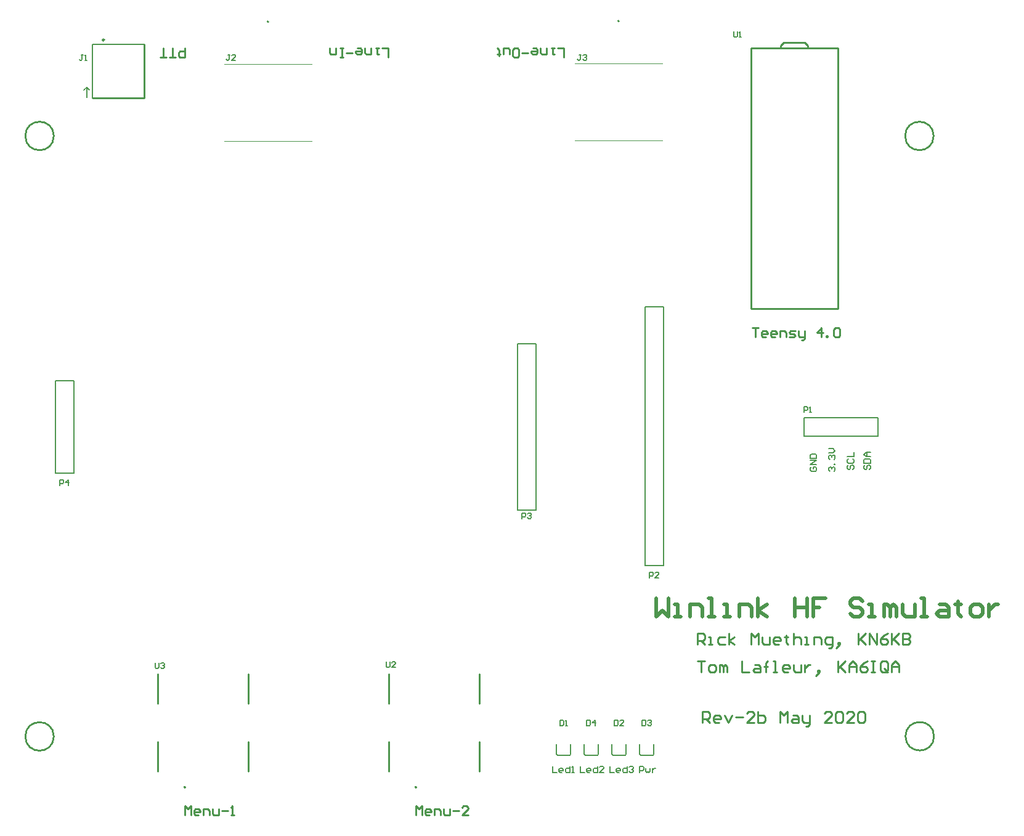
<source format=gto>
G04*
G04 #@! TF.GenerationSoftware,Altium Limited,Altium Designer,20.0.13 (296)*
G04*
G04 Layer_Color=65535*
%FSLAX25Y25*%
%MOIN*%
G70*
G01*
G75*
%ADD10C,0.00984*%
%ADD11C,0.00787*%
%ADD12C,0.01000*%
%ADD13C,0.00394*%
%ADD14C,0.02000*%
%ADD15C,0.00700*%
%ADD16C,0.00500*%
D10*
X46492Y429500D02*
G03*
X46492Y429500I-492J0D01*
G01*
D11*
X324685Y440039D02*
G03*
X324685Y439252I0J-394D01*
G01*
D02*
G03*
X324685Y440039I0J394D01*
G01*
X135000Y439724D02*
G03*
X135000Y438937I0J-394D01*
G01*
D02*
G03*
X135000Y439724I0J394D01*
G01*
X321100Y43100D02*
Y48418D01*
Y43100D02*
X321700Y42500D01*
X328880Y43080D02*
Y48359D01*
X328300Y42500D02*
X328880Y43080D01*
X321700Y42500D02*
X328300D01*
X40095Y398000D02*
Y427200D01*
X68000D01*
X35567Y402366D02*
X37063Y403862D01*
X38559Y402366D01*
X37063Y398311D02*
Y403862D01*
X465000Y215000D02*
Y225000D01*
X425000Y215000D02*
X465000D01*
X425000Y225000D02*
X465000D01*
X425000Y215000D02*
Y225000D01*
X339000Y152500D02*
Y285000D01*
Y145000D02*
Y152500D01*
Y145000D02*
X349000D01*
Y285000D01*
X339000D02*
X349000D01*
X270000Y265000D02*
X280000D01*
Y175000D02*
Y265000D01*
X270000Y175000D02*
X280000D01*
X270000D02*
Y265000D01*
X20000Y195000D02*
X30000D01*
X20000D02*
Y245000D01*
X30000Y195000D02*
Y245000D01*
X20000D02*
X30000D01*
X291100Y43100D02*
Y48418D01*
Y43100D02*
X291700Y42500D01*
X298880Y43080D02*
Y48359D01*
X298300Y42500D02*
X298880Y43080D01*
X291700Y42500D02*
X298300D01*
X306100Y43100D02*
Y48418D01*
Y43100D02*
X306700Y42500D01*
X313880Y43080D02*
Y48359D01*
X313300Y42500D02*
X313880Y43080D01*
X306700Y42500D02*
X313300D01*
X336100Y43100D02*
Y48418D01*
Y43100D02*
X336700Y42500D01*
X343880Y43080D02*
Y48359D01*
X343300Y42500D02*
X343880Y43080D01*
X336700Y42500D02*
X343300D01*
D12*
X90351Y25106D02*
G03*
X90351Y25106I-323J0D01*
G01*
X19203Y52600D02*
G03*
X19203Y52600I-7703J0D01*
G01*
Y377500D02*
G03*
X19203Y377500I-7703J0D01*
G01*
X495203D02*
G03*
X495203Y377500I-7703J0D01*
G01*
X495403Y52700D02*
G03*
X495403Y52700I-7703J0D01*
G01*
X215351Y25106D02*
G03*
X215351Y25106I-323J0D01*
G01*
X68004Y398027D02*
Y427200D01*
X40095Y398000D02*
X68004Y398027D01*
X396453Y284000D02*
Y425000D01*
Y284000D02*
X443547D01*
Y425000D01*
X422500D02*
X443547D01*
X396453D02*
X422500D01*
X414000Y428000D02*
X425500D01*
X427000Y426500D01*
Y425500D02*
Y426500D01*
X412500D02*
X414000Y428000D01*
X412500Y425500D02*
Y426500D01*
X75591Y70236D02*
Y86378D01*
Y33622D02*
Y49764D01*
X124409Y70236D02*
Y86378D01*
Y33622D02*
Y49764D01*
X200591Y70236D02*
Y86378D01*
Y33622D02*
Y49764D01*
X249409Y70236D02*
Y86378D01*
Y33622D02*
Y49764D01*
X370000Y60000D02*
Y65998D01*
X372999D01*
X373999Y64998D01*
Y62999D01*
X372999Y61999D01*
X370000D01*
X371999D02*
X373999Y60000D01*
X378997D02*
X376998D01*
X375998Y61000D01*
Y62999D01*
X376998Y63999D01*
X378997D01*
X379997Y62999D01*
Y61999D01*
X375998D01*
X381996Y63999D02*
X383996Y60000D01*
X385995Y63999D01*
X387994Y62999D02*
X391993D01*
X397991Y60000D02*
X393992D01*
X397991Y63999D01*
Y64998D01*
X396991Y65998D01*
X394992D01*
X393992Y64998D01*
X399990Y65998D02*
Y60000D01*
X402989D01*
X403989Y61000D01*
Y61999D01*
Y62999D01*
X402989Y63999D01*
X399990D01*
X411986Y60000D02*
Y65998D01*
X413986Y63999D01*
X415985Y65998D01*
Y60000D01*
X418984Y63999D02*
X420984D01*
X421983Y62999D01*
Y60000D01*
X418984D01*
X417984Y61000D01*
X418984Y61999D01*
X421983D01*
X423982Y63999D02*
Y61000D01*
X424982Y60000D01*
X427981D01*
Y59000D01*
X426982Y58001D01*
X425982D01*
X427981Y60000D02*
Y63999D01*
X439977Y60000D02*
X435979D01*
X439977Y63999D01*
Y64998D01*
X438978Y65998D01*
X436978D01*
X435979Y64998D01*
X441977D02*
X442976Y65998D01*
X444976D01*
X445975Y64998D01*
Y61000D01*
X444976Y60000D01*
X442976D01*
X441977Y61000D01*
Y64998D01*
X451973Y60000D02*
X447975D01*
X451973Y63999D01*
Y64998D01*
X450974Y65998D01*
X448975D01*
X447975Y64998D01*
X453973D02*
X454973Y65998D01*
X456972D01*
X457972Y64998D01*
Y61000D01*
X456972Y60000D01*
X454973D01*
X453973Y61000D01*
Y64998D01*
X367500Y93498D02*
X371499D01*
X369499D01*
Y87500D01*
X374498D02*
X376497D01*
X377497Y88500D01*
Y90499D01*
X376497Y91499D01*
X374498D01*
X373498Y90499D01*
Y88500D01*
X374498Y87500D01*
X379496D02*
Y91499D01*
X380496D01*
X381495Y90499D01*
Y87500D01*
Y90499D01*
X382495Y91499D01*
X383495Y90499D01*
Y87500D01*
X391492Y93498D02*
Y87500D01*
X395491D01*
X398490Y91499D02*
X400489D01*
X401489Y90499D01*
Y87500D01*
X398490D01*
X397490Y88500D01*
X398490Y89499D01*
X401489D01*
X404488Y87500D02*
Y92498D01*
Y90499D01*
X403488D01*
X405488D01*
X404488D01*
Y92498D01*
X405488Y93498D01*
X408487Y87500D02*
X410486D01*
X409486D01*
Y93498D01*
X408487D01*
X416484Y87500D02*
X414485D01*
X413485Y88500D01*
Y90499D01*
X414485Y91499D01*
X416484D01*
X417484Y90499D01*
Y89499D01*
X413485D01*
X419483Y91499D02*
Y88500D01*
X420483Y87500D01*
X423482D01*
Y91499D01*
X425481D02*
Y87500D01*
Y89499D01*
X426481Y90499D01*
X427481Y91499D01*
X428480D01*
X432479Y86500D02*
X433479Y87500D01*
Y88500D01*
X432479D01*
Y87500D01*
X433479D01*
X432479Y86500D01*
X431479Y85501D01*
X443475Y93498D02*
Y87500D01*
Y89499D01*
X447474Y93498D01*
X444475Y90499D01*
X447474Y87500D01*
X449473D02*
Y91499D01*
X451473Y93498D01*
X453472Y91499D01*
Y87500D01*
Y90499D01*
X449473D01*
X459470Y93498D02*
X457471Y92498D01*
X455472Y90499D01*
Y88500D01*
X456471Y87500D01*
X458471D01*
X459470Y88500D01*
Y89499D01*
X458471Y90499D01*
X455472D01*
X461470Y93498D02*
X463469D01*
X462469D01*
Y87500D01*
X461470D01*
X463469D01*
X470467Y88500D02*
Y92498D01*
X469467Y93498D01*
X467468D01*
X466468Y92498D01*
Y88500D01*
X467468Y87500D01*
X469467D01*
X468467Y89499D02*
X470467Y87500D01*
X469467D02*
X470467Y88500D01*
X472466Y87500D02*
Y91499D01*
X474465Y93498D01*
X476465Y91499D01*
Y87500D01*
Y90499D01*
X472466D01*
X367500Y102500D02*
Y108498D01*
X370499D01*
X371499Y107498D01*
Y105499D01*
X370499Y104499D01*
X367500D01*
X369499D02*
X371499Y102500D01*
X373498D02*
X375497D01*
X374498D01*
Y106499D01*
X373498D01*
X382495D02*
X379496D01*
X378496Y105499D01*
Y103500D01*
X379496Y102500D01*
X382495D01*
X384494D02*
Y108498D01*
Y104499D02*
X387493Y106499D01*
X384494Y104499D02*
X387493Y102500D01*
X396491D02*
Y108498D01*
X398490Y106499D01*
X400489Y108498D01*
Y102500D01*
X402489Y106499D02*
Y103500D01*
X403488Y102500D01*
X406487D01*
Y106499D01*
X411486Y102500D02*
X409486D01*
X408487Y103500D01*
Y105499D01*
X409486Y106499D01*
X411486D01*
X412486Y105499D01*
Y104499D01*
X408487D01*
X415485Y107498D02*
Y106499D01*
X414485D01*
X416484D01*
X415485D01*
Y103500D01*
X416484Y102500D01*
X419483Y108498D02*
Y102500D01*
Y105499D01*
X420483Y106499D01*
X422482D01*
X423482Y105499D01*
Y102500D01*
X425481D02*
X427481D01*
X426481D01*
Y106499D01*
X425481D01*
X430480Y102500D02*
Y106499D01*
X433479D01*
X434478Y105499D01*
Y102500D01*
X438477Y100501D02*
X439477D01*
X440476Y101500D01*
Y106499D01*
X437477D01*
X436478Y105499D01*
Y103500D01*
X437477Y102500D01*
X440476D01*
X443475Y101500D02*
X444475Y102500D01*
Y103500D01*
X443475D01*
Y102500D01*
X444475D01*
X443475Y101500D01*
X442476Y100501D01*
X454472Y108498D02*
Y102500D01*
Y104499D01*
X458471Y108498D01*
X455472Y105499D01*
X458471Y102500D01*
X460470D02*
Y108498D01*
X464469Y102500D01*
Y108498D01*
X470467D02*
X468467Y107498D01*
X466468Y105499D01*
Y103500D01*
X467468Y102500D01*
X469467D01*
X470467Y103500D01*
Y104499D01*
X469467Y105499D01*
X466468D01*
X472466Y108498D02*
Y102500D01*
Y104499D01*
X476465Y108498D01*
X473466Y105499D01*
X476465Y102500D01*
X478464Y108498D02*
Y102500D01*
X481463D01*
X482463Y103500D01*
Y104499D01*
X481463Y105499D01*
X478464D01*
X481463D01*
X482463Y106499D01*
Y107498D01*
X481463Y108498D01*
X478464D01*
X215000Y10000D02*
Y14998D01*
X216666Y13332D01*
X218332Y14998D01*
Y10000D01*
X222498D02*
X220831D01*
X219998Y10833D01*
Y12499D01*
X220831Y13332D01*
X222498D01*
X223331Y12499D01*
Y11666D01*
X219998D01*
X224997Y10000D02*
Y13332D01*
X227496D01*
X228329Y12499D01*
Y10000D01*
X229995Y13332D02*
Y10833D01*
X230828Y10000D01*
X233327D01*
Y13332D01*
X234994Y12499D02*
X238326D01*
X243324Y10000D02*
X239992D01*
X243324Y13332D01*
Y14165D01*
X242491Y14998D01*
X240825D01*
X239992Y14165D01*
X90000Y10000D02*
Y14998D01*
X91666Y13332D01*
X93332Y14998D01*
Y10000D01*
X97498D02*
X95831D01*
X94998Y10833D01*
Y12499D01*
X95831Y13332D01*
X97498D01*
X98331Y12499D01*
Y11666D01*
X94998D01*
X99997Y10000D02*
Y13332D01*
X102496D01*
X103329Y12499D01*
Y10000D01*
X104995Y13332D02*
Y10833D01*
X105828Y10000D01*
X108327D01*
Y13332D01*
X109994Y12499D02*
X113326D01*
X114992Y10000D02*
X116658D01*
X115825D01*
Y14998D01*
X114992Y14165D01*
X90000Y425000D02*
Y420002D01*
X87501D01*
X86668Y420835D01*
Y422501D01*
X87501Y423334D01*
X90000D01*
X85002Y420002D02*
X81669D01*
X83336D01*
Y425000D01*
X80003Y420002D02*
X76671D01*
X78337D01*
Y425000D01*
X200000Y420002D02*
Y425000D01*
X196668D01*
X195002D02*
X193335D01*
X194169D01*
Y421668D01*
X195002D01*
X190836Y425000D02*
Y421668D01*
X188337D01*
X187504Y422501D01*
Y425000D01*
X183339D02*
X185005D01*
X185838Y424167D01*
Y422501D01*
X185005Y421668D01*
X183339D01*
X182506Y422501D01*
Y423334D01*
X185838D01*
X180840Y422501D02*
X177507D01*
X175841Y420002D02*
X174175D01*
X175008D01*
Y425000D01*
X175841D01*
X174175D01*
X171676D02*
Y421668D01*
X169177D01*
X168344Y422501D01*
Y425000D01*
X295000Y420002D02*
Y425000D01*
X291668D01*
X290002D02*
X288335D01*
X289169D01*
Y421668D01*
X290002D01*
X285836Y425000D02*
Y421668D01*
X283337D01*
X282504Y422501D01*
Y425000D01*
X278339D02*
X280005D01*
X280838Y424167D01*
Y422501D01*
X280005Y421668D01*
X278339D01*
X277506Y422501D01*
Y423334D01*
X280838D01*
X275839Y422501D02*
X272507D01*
X268342Y420002D02*
X270008D01*
X270841Y420835D01*
Y424167D01*
X270008Y425000D01*
X268342D01*
X267509Y424167D01*
Y420835D01*
X268342Y420002D01*
X265843Y421668D02*
Y424167D01*
X265010Y425000D01*
X262510D01*
Y421668D01*
X260011Y420835D02*
Y421668D01*
X260844D01*
X259178D01*
X260011D01*
Y424167D01*
X259178Y425000D01*
X397000Y273664D02*
X400332D01*
X398666D01*
Y268666D01*
X404498D02*
X402831D01*
X401998Y269499D01*
Y271165D01*
X402831Y271998D01*
X404498D01*
X405331Y271165D01*
Y270332D01*
X401998D01*
X409496Y268666D02*
X407830D01*
X406997Y269499D01*
Y271165D01*
X407830Y271998D01*
X409496D01*
X410329Y271165D01*
Y270332D01*
X406997D01*
X411995Y268666D02*
Y271998D01*
X414494D01*
X415327Y271165D01*
Y268666D01*
X416994D02*
X419493D01*
X420326Y269499D01*
X419493Y270332D01*
X417827D01*
X416994Y271165D01*
X417827Y271998D01*
X420326D01*
X421992D02*
Y269499D01*
X422825Y268666D01*
X425324D01*
Y267833D01*
X424491Y267000D01*
X423658D01*
X425324Y268666D02*
Y271998D01*
X434488Y268666D02*
Y273664D01*
X431989Y271165D01*
X435321D01*
X436987Y268666D02*
Y269499D01*
X437820D01*
Y268666D01*
X436987D01*
X441152Y272831D02*
X441985Y273664D01*
X443652D01*
X444485Y272831D01*
Y269499D01*
X443652Y268666D01*
X441985D01*
X441152Y269499D01*
Y272831D01*
D13*
X301063Y375079D02*
X348307D01*
X301063Y416811D02*
X348307D01*
X111378Y374764D02*
X158622D01*
X111378Y416496D02*
X158622D01*
D14*
X345000Y127497D02*
Y117500D01*
X348332Y120832D01*
X351664Y117500D01*
Y127497D01*
X354997Y117500D02*
X358329D01*
X356663D01*
Y124164D01*
X354997D01*
X363327Y117500D02*
Y124164D01*
X368326D01*
X369992Y122498D01*
Y117500D01*
X373324D02*
X376656D01*
X374990D01*
Y127497D01*
X373324D01*
X381655Y117500D02*
X384987D01*
X383321D01*
Y124164D01*
X381655D01*
X389985Y117500D02*
Y124164D01*
X394984D01*
X396650Y122498D01*
Y117500D01*
X399982D02*
Y127497D01*
Y120832D02*
X404981Y124164D01*
X399982Y120832D02*
X404981Y117500D01*
X419976Y127497D02*
Y117500D01*
Y122498D01*
X426640D01*
Y127497D01*
Y117500D01*
X436637Y127497D02*
X429973D01*
Y122498D01*
X433305D01*
X429973D01*
Y117500D01*
X456631Y125831D02*
X454964Y127497D01*
X451632D01*
X449966Y125831D01*
Y124164D01*
X451632Y122498D01*
X454964D01*
X456631Y120832D01*
Y119166D01*
X454964Y117500D01*
X451632D01*
X449966Y119166D01*
X459963Y117500D02*
X463295D01*
X461629D01*
Y124164D01*
X459963D01*
X468294Y117500D02*
Y124164D01*
X469960D01*
X471626Y122498D01*
Y117500D01*
Y122498D01*
X473292Y124164D01*
X474958Y122498D01*
Y117500D01*
X478290Y124164D02*
Y119166D01*
X479956Y117500D01*
X484955D01*
Y124164D01*
X488287Y117500D02*
X491619D01*
X489953D01*
Y127497D01*
X488287D01*
X498284Y124164D02*
X501616D01*
X503282Y122498D01*
Y117500D01*
X498284D01*
X496618Y119166D01*
X498284Y120832D01*
X503282D01*
X508281Y125831D02*
Y124164D01*
X506614D01*
X509947D01*
X508281D01*
Y119166D01*
X509947Y117500D01*
X516611D02*
X519944D01*
X521610Y119166D01*
Y122498D01*
X519944Y124164D01*
X516611D01*
X514945Y122498D01*
Y119166D01*
X516611Y117500D01*
X524942Y124164D02*
Y117500D01*
Y120832D01*
X526608Y122498D01*
X528274Y124164D01*
X529940D01*
D15*
X336000Y33000D02*
Y36499D01*
X337749D01*
X338333Y35916D01*
Y34749D01*
X337749Y34166D01*
X336000D01*
X339499Y35333D02*
Y33583D01*
X340082Y33000D01*
X340665Y33583D01*
X341248Y33000D01*
X341831Y33583D01*
Y35333D01*
X342998D02*
Y33000D01*
Y34166D01*
X343581Y34749D01*
X344164Y35333D01*
X344747D01*
X320000Y36499D02*
Y33000D01*
X322333D01*
X325248D02*
X324082D01*
X323499Y33583D01*
Y34749D01*
X324082Y35333D01*
X325248D01*
X325831Y34749D01*
Y34166D01*
X323499D01*
X329330Y36499D02*
Y33000D01*
X327581D01*
X326998Y33583D01*
Y34749D01*
X327581Y35333D01*
X329330D01*
X330497Y35916D02*
X331080Y36499D01*
X332246D01*
X332829Y35916D01*
Y35333D01*
X332246Y34749D01*
X331663D01*
X332246D01*
X332829Y34166D01*
Y33583D01*
X332246Y33000D01*
X331080D01*
X330497Y33583D01*
X289000Y36499D02*
Y33000D01*
X291333D01*
X294248D02*
X293082D01*
X292499Y33583D01*
Y34749D01*
X293082Y35333D01*
X294248D01*
X294831Y34749D01*
Y34166D01*
X292499D01*
X298330Y36499D02*
Y33000D01*
X296581D01*
X295998Y33583D01*
Y34749D01*
X296581Y35333D01*
X298330D01*
X299497Y33000D02*
X300663D01*
X300080D01*
Y36499D01*
X299497Y35916D01*
X304000Y36499D02*
Y33000D01*
X306333D01*
X309248D02*
X308082D01*
X307499Y33583D01*
Y34749D01*
X308082Y35333D01*
X309248D01*
X309831Y34749D01*
Y34166D01*
X307499D01*
X313330Y36499D02*
Y33000D01*
X311581D01*
X310998Y33583D01*
Y34749D01*
X311581Y35333D01*
X313330D01*
X316829Y33000D02*
X314497D01*
X316829Y35333D01*
Y35916D01*
X316246Y36499D01*
X315080D01*
X314497Y35916D01*
X449084Y199333D02*
X448501Y198749D01*
Y197583D01*
X449084Y197000D01*
X449667D01*
X450251Y197583D01*
Y198749D01*
X450834Y199333D01*
X451417D01*
X452000Y198749D01*
Y197583D01*
X451417Y197000D01*
X449084Y202831D02*
X448501Y202248D01*
Y201082D01*
X449084Y200499D01*
X451417D01*
X452000Y201082D01*
Y202248D01*
X451417Y202831D01*
X448501Y203998D02*
X452000D01*
Y206330D01*
X458084Y199333D02*
X457501Y198749D01*
Y197583D01*
X458084Y197000D01*
X458667D01*
X459251Y197583D01*
Y198749D01*
X459834Y199333D01*
X460417D01*
X461000Y198749D01*
Y197583D01*
X460417Y197000D01*
X457501Y200499D02*
X461000D01*
Y202248D01*
X460417Y202831D01*
X458084D01*
X457501Y202248D01*
Y200499D01*
X461000Y203998D02*
X458667D01*
X457501Y205164D01*
X458667Y206330D01*
X461000D01*
X459251D01*
Y203998D01*
X438984Y196100D02*
X438401Y196683D01*
Y197849D01*
X438984Y198433D01*
X439567D01*
X440151Y197849D01*
Y197266D01*
Y197849D01*
X440734Y198433D01*
X441317D01*
X441900Y197849D01*
Y196683D01*
X441317Y196100D01*
X441900Y199599D02*
X441317D01*
Y200182D01*
X441900D01*
Y199599D01*
X438984Y202515D02*
X438401Y203098D01*
Y204264D01*
X438984Y204847D01*
X439567D01*
X440151Y204264D01*
Y203681D01*
Y204264D01*
X440734Y204847D01*
X441317D01*
X441900Y204264D01*
Y203098D01*
X441317Y202515D01*
X438401Y206013D02*
X440734D01*
X441900Y207180D01*
X440734Y208346D01*
X438401D01*
X428984Y198433D02*
X428401Y197849D01*
Y196683D01*
X428984Y196100D01*
X431317D01*
X431900Y196683D01*
Y197849D01*
X431317Y198433D01*
X430151D01*
Y197266D01*
X431900Y199599D02*
X428401D01*
X431900Y201931D01*
X428401D01*
Y203098D02*
X431900D01*
Y204847D01*
X431317Y205430D01*
X428984D01*
X428401Y204847D01*
Y203098D01*
D16*
X22501Y188500D02*
Y191499D01*
X24000D01*
X24500Y191000D01*
Y190000D01*
X24000Y189500D01*
X22501D01*
X26999Y188500D02*
Y191499D01*
X25500Y190000D01*
X27499D01*
X74001Y92500D02*
Y90000D01*
X74501Y89500D01*
X75500D01*
X76000Y90000D01*
Y92500D01*
X77000Y92000D02*
X77500Y92500D01*
X78499D01*
X78999Y92000D01*
Y91500D01*
X78499Y91000D01*
X78000D01*
X78499D01*
X78999Y90500D01*
Y90000D01*
X78499Y89500D01*
X77500D01*
X77000Y90000D01*
X387100Y433999D02*
Y431500D01*
X387600Y431000D01*
X388599D01*
X389099Y431500D01*
Y433999D01*
X390099Y431000D02*
X391099D01*
X390599D01*
Y433999D01*
X390099Y433499D01*
X199001Y93000D02*
Y90500D01*
X199501Y90000D01*
X200500D01*
X201000Y90500D01*
Y93000D01*
X203999Y90000D02*
X202000D01*
X203999Y92000D01*
Y92500D01*
X203499Y93000D01*
X202500D01*
X202000Y92500D01*
X272501Y170501D02*
Y173500D01*
X274000D01*
X274500Y173000D01*
Y172000D01*
X274000Y171500D01*
X272501D01*
X275500Y173000D02*
X276000Y173500D01*
X276999D01*
X277499Y173000D01*
Y172500D01*
X276999Y172000D01*
X276500D01*
X276999D01*
X277499Y171500D01*
Y171000D01*
X276999Y170501D01*
X276000D01*
X275500Y171000D01*
X341501Y138500D02*
Y141499D01*
X343000D01*
X343500Y141000D01*
Y140000D01*
X343000Y139500D01*
X341501D01*
X346499Y138500D02*
X344500D01*
X346499Y140500D01*
Y141000D01*
X345999Y141499D01*
X345000D01*
X344500Y141000D01*
X425100Y227900D02*
Y230899D01*
X426600D01*
X427099Y230399D01*
Y229399D01*
X426600Y228900D01*
X425100D01*
X428099Y227900D02*
X429099D01*
X428599D01*
Y230899D01*
X428099Y230399D01*
X304500Y421499D02*
X303501D01*
X304000D01*
Y419000D01*
X303501Y418501D01*
X303001D01*
X302501Y419000D01*
X305500Y421000D02*
X306000Y421499D01*
X306999D01*
X307499Y421000D01*
Y420500D01*
X306999Y420000D01*
X306500D01*
X306999D01*
X307499Y419500D01*
Y419000D01*
X306999Y418501D01*
X306000D01*
X305500Y419000D01*
X114500Y421499D02*
X113500D01*
X114000D01*
Y419000D01*
X113500Y418501D01*
X113001D01*
X112501Y419000D01*
X117499Y418501D02*
X115500D01*
X117499Y420500D01*
Y421000D01*
X116999Y421499D01*
X116000D01*
X115500Y421000D01*
X35000Y421499D02*
X34000D01*
X34500D01*
Y419000D01*
X34000Y418501D01*
X33500D01*
X33001Y419000D01*
X36000Y418501D02*
X36999D01*
X36500D01*
Y421499D01*
X36000Y421000D01*
X322501Y61500D02*
Y58500D01*
X324000D01*
X324500Y59000D01*
Y61000D01*
X324000Y61500D01*
X322501D01*
X327499Y58500D02*
X325500D01*
X327499Y60500D01*
Y61000D01*
X326999Y61500D01*
X326000D01*
X325500Y61000D01*
X307501Y61500D02*
Y58500D01*
X309000D01*
X309500Y59000D01*
Y61000D01*
X309000Y61500D01*
X307501D01*
X311999Y58500D02*
Y61500D01*
X310500Y60000D01*
X312499D01*
X337501Y61500D02*
Y58500D01*
X339000D01*
X339500Y59000D01*
Y61000D01*
X339000Y61500D01*
X337501D01*
X340500Y61000D02*
X341000Y61500D01*
X341999D01*
X342499Y61000D01*
Y60500D01*
X341999Y60000D01*
X341499D01*
X341999D01*
X342499Y59500D01*
Y59000D01*
X341999Y58500D01*
X341000D01*
X340500Y59000D01*
X293001Y61500D02*
Y58500D01*
X294500D01*
X295000Y59000D01*
Y61000D01*
X294500Y61500D01*
X293001D01*
X296000Y58500D02*
X296999D01*
X296499D01*
Y61500D01*
X296000Y61000D01*
M02*

</source>
